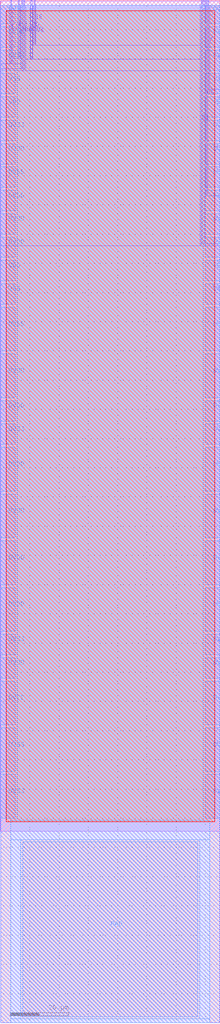
<source format=lef>
VERSION 5.7 ;
  NOWIREEXTENSIONATPIN ON ;
  DIVIDERCHAR "/" ;
  BUSBITCHARS "[]" ;
MACRO gf180mcu_ocd_io__bi_t
  CLASS PAD INOUT ;
  FOREIGN gf180mcu_ocd_io__bi_t ;
  ORIGIN 0.000 0.000 ;
  SIZE 75.000 BY 350.000 ;
  SYMMETRY X Y R90 ;
  SITE GF_IO_Site ;
  PIN A
    DIRECTION INPUT ;
    USE SIGNAL ;
    ANTENNAGATEAREA 0.504000 ;
    ANTENNADIFFAREA 1.000000 ;
    PORT
      LAYER Metal2 ;
        RECT 69.400 267.070 69.780 350.000 ;
    END
  END A
  PIN CS
    DIRECTION INPUT ;
    USE SIGNAL ;
    ANTENNAGATEAREA 0.504000 ;
    ANTENNADIFFAREA 1.000000 ;
    PORT
      LAYER Metal2 ;
        RECT 3.360 328.545 3.740 350.000 ;
    END
  END CS
  PIN DVDD
    DIRECTION INOUT ;
    USE POWER ;
    PORT
      LAYER Metal4 ;
        RECT 0.000 182.000 5.000 197.000 ;
    END
    PORT
      LAYER Metal4 ;
        RECT 0.000 214.000 5.000 229.000 ;
    END
    PORT
      LAYER Metal4 ;
        RECT 0.000 334.000 5.000 341.000 ;
    END
    PORT
      LAYER Metal4 ;
        RECT 0.000 294.000 5.000 301.000 ;
    END
    PORT
      LAYER Metal4 ;
        RECT 0.000 278.000 5.000 285.000 ;
    END
    PORT
      LAYER Metal4 ;
        RECT 0.000 270.000 5.000 277.000 ;
    END
    PORT
      LAYER Metal4 ;
        RECT 0.000 262.000 5.000 269.000 ;
    END
    PORT
      LAYER Metal4 ;
        RECT 0.000 206.000 5.000 213.000 ;
    END
    PORT
      LAYER Metal4 ;
        RECT 0.000 118.000 5.000 125.000 ;
    END
    PORT
      LAYER Metal4 ;
        RECT 0.000 134.000 5.000 149.000 ;
    END
    PORT
      LAYER Metal4 ;
        RECT 0.000 150.000 5.000 165.000 ;
    END
    PORT
      LAYER Metal4 ;
        RECT 0.000 166.000 5.000 181.000 ;
    END
    PORT
      LAYER Metal4 ;
        RECT 70.000 182.000 75.000 197.000 ;
    END
    PORT
      LAYER Metal4 ;
        RECT 70.000 214.000 75.000 229.000 ;
    END
    PORT
      LAYER Metal4 ;
        RECT 70.000 334.000 75.000 341.000 ;
    END
    PORT
      LAYER Metal4 ;
        RECT 70.000 294.000 75.000 301.000 ;
    END
    PORT
      LAYER Metal4 ;
        RECT 70.000 278.000 75.000 285.000 ;
    END
    PORT
      LAYER Metal4 ;
        RECT 70.000 270.000 75.000 277.000 ;
    END
    PORT
      LAYER Metal4 ;
        RECT 70.000 262.000 75.000 269.000 ;
    END
    PORT
      LAYER Metal4 ;
        RECT 70.000 206.000 75.000 213.000 ;
    END
    PORT
      LAYER Metal4 ;
        RECT 70.000 118.000 75.000 125.000 ;
    END
    PORT
      LAYER Metal4 ;
        RECT 70.000 134.000 75.000 149.000 ;
    END
    PORT
      LAYER Metal4 ;
        RECT 70.000 150.000 75.000 165.000 ;
    END
    PORT
      LAYER Metal4 ;
        RECT 70.000 166.000 75.000 181.000 ;
    END
  END DVDD
  PIN DVSS
    DIRECTION INOUT ;
    USE GROUND ;
    PORT
      LAYER Metal4 ;
        RECT 0.000 86.000 5.000 101.000 ;
    END
    PORT
      LAYER Metal4 ;
        RECT 0.000 70.000 5.000 85.000 ;
    END
    PORT
      LAYER Metal4 ;
        RECT 0.000 230.000 5.000 245.000 ;
    END
    PORT
      LAYER Metal4 ;
        RECT 0.000 198.000 5.000 205.000 ;
    END
    PORT
      LAYER Metal4 ;
        RECT 0.000 102.000 5.000 117.000 ;
    END
    PORT
      LAYER Metal4 ;
        RECT 0.000 126.000 5.000 133.000 ;
    END
    PORT
      LAYER Metal4 ;
        RECT 0.000 286.000 5.000 293.000 ;
    END
    PORT
      LAYER Metal4 ;
        RECT 0.000 302.000 5.000 309.000 ;
    END
    PORT
      LAYER Metal4 ;
        RECT 0.000 326.000 5.000 333.000 ;
    END
    PORT
      LAYER Metal4 ;
        RECT 0.000 342.000 5.000 348.390 ;
    END
    PORT
      LAYER Metal4 ;
        RECT 70.000 86.000 75.000 101.000 ;
    END
    PORT
      LAYER Metal4 ;
        RECT 70.000 70.000 75.000 85.000 ;
    END
    PORT
      LAYER Metal4 ;
        RECT 70.000 230.000 75.000 245.000 ;
    END
    PORT
      LAYER Metal4 ;
        RECT 70.000 198.000 75.000 205.000 ;
    END
    PORT
      LAYER Metal4 ;
        RECT 70.000 102.000 75.000 117.000 ;
    END
    PORT
      LAYER Metal4 ;
        RECT 70.000 126.000 75.000 133.000 ;
    END
    PORT
      LAYER Metal4 ;
        RECT 70.000 286.000 75.000 293.000 ;
    END
    PORT
      LAYER Metal4 ;
        RECT 70.000 302.000 75.000 309.000 ;
    END
    PORT
      LAYER Metal4 ;
        RECT 70.000 326.000 75.000 333.000 ;
    END
    PORT
      LAYER Metal4 ;
        RECT 70.000 342.000 75.000 348.390 ;
    END
  END DVSS
  PIN IE
    DIRECTION INPUT ;
    USE SIGNAL ;
    ANTENNAGATEAREA 0.504000 ;
    ANTENNADIFFAREA 1.000000 ;
    PORT
      LAYER Metal2 ;
        RECT 11.385 334.920 11.765 350.000 ;
    END
  END IE
  PIN OE
    DIRECTION INPUT ;
    USE SIGNAL ;
    ANTENNAGATEAREA 2.016000 ;
    ANTENNADIFFAREA 7.776000 ;
    PORT
      LAYER Metal2 ;
        RECT 70.130 283.445 70.510 350.000 ;
    END
  END OE
  PIN PAD
    DIRECTION INOUT ;
    USE SIGNAL ;
    ANTENNADIFFAREA 258.720001 ;
    PORT
      LAYER Metal4 ;
        RECT 7.500 2.000 67.500 62.000 ;
    END
  END PAD
  PIN PD
    DIRECTION INPUT ;
    USE SIGNAL ;
    ANTENNAGATEAREA 1.512000 ;
    ANTENNADIFFAREA 1.000000 ;
    PORT
      LAYER Metal2 ;
        RECT 10.330 330.100 10.710 350.000 ;
    END
  END PD
  PIN PDRV0
    DIRECTION INPUT ;
    USE SIGNAL ;
    ANTENNAGATEAREA 0.504000 ;
    ANTENNADIFFAREA 2.592000 ;
    PORT
      LAYER Metal2 ;
        RECT 7.110 326.870 7.490 350.000 ;
    END
  END PDRV0
  PIN PDRV1
    DIRECTION INPUT ;
    USE SIGNAL ;
    ANTENNAGATEAREA 0.504000 ;
    ANTENNADIFFAREA 2.592000 ;
    PORT
      LAYER Metal2 ;
        RECT 7.820 326.280 8.200 350.005 ;
    END
  END PDRV1
  PIN PU
    DIRECTION INPUT ;
    USE SIGNAL ;
    ANTENNAGATEAREA 1.008000 ;
    ANTENNADIFFAREA 1.795000 ;
    PORT
      LAYER Metal2 ;
        RECT 5.965 330.420 6.345 350.000 ;
    END
  END PU
  PIN SL
    DIRECTION INPUT ;
    USE SIGNAL ;
    ANTENNAGATEAREA 0.504000 ;
    ANTENNADIFFAREA 1.000000 ;
    PORT
      LAYER Metal2 ;
        RECT 68.670 266.340 69.050 350.000 ;
    END
  END SL
  PIN VDD
    DIRECTION INOUT ;
    USE POWER ;
    PORT
      LAYER Metal4 ;
        RECT 0.000 254.000 5.000 261.000 ;
    END
    PORT
      LAYER Metal4 ;
        RECT 0.000 310.000 5.000 317.000 ;
    END
    PORT
      LAYER Metal4 ;
        RECT 70.000 254.000 75.000 261.000 ;
    END
    PORT
      LAYER Metal4 ;
        RECT 70.000 310.000 75.000 317.000 ;
    END
  END VDD
  PIN VSS
    DIRECTION INOUT ;
    USE GROUND ;
    PORT
      LAYER Metal4 ;
        RECT 0.000 318.000 5.000 325.000 ;
    END
    PORT
      LAYER Metal4 ;
        RECT 0.000 246.000 5.000 253.000 ;
    END
    PORT
      LAYER Metal4 ;
        RECT 70.000 318.000 75.000 325.000 ;
    END
    PORT
      LAYER Metal4 ;
        RECT 70.000 246.000 75.000 253.000 ;
    END
  END VSS
  PIN Y
    DIRECTION OUTPUT ;
    USE SIGNAL ;
    ANTENNADIFFAREA 3.240000 ;
    PORT
      LAYER Metal2 ;
        RECT 70.860 319.900 71.240 350.000 ;
    END
  END Y
  OBS
      LAYER Nwell ;
        RECT 1.805 68.895 73.195 346.535 ;
      LAYER Metal1 ;
        RECT -0.160 65.540 75.160 349.785 ;
      LAYER Metal2 ;
        RECT 0.000 328.245 3.060 348.375 ;
        RECT 4.040 330.120 5.665 348.375 ;
        RECT 6.645 330.120 6.810 348.375 ;
        RECT 4.040 328.245 6.810 330.120 ;
        RECT 0.000 326.570 6.810 328.245 ;
        RECT 8.500 329.800 10.030 348.375 ;
        RECT 11.010 334.620 11.085 348.375 ;
        RECT 12.065 334.620 68.370 348.375 ;
        RECT 11.010 329.800 68.370 334.620 ;
        RECT 0.000 325.980 7.520 326.570 ;
        RECT 8.500 325.980 68.370 329.800 ;
        RECT 0.000 266.040 68.370 325.980 ;
        RECT 71.540 319.600 75.000 348.375 ;
        RECT 70.810 283.145 75.000 319.600 ;
        RECT 70.080 266.770 75.000 283.145 ;
        RECT 69.350 266.040 75.000 266.770 ;
        RECT 0.000 0.000 75.000 266.040 ;
      LAYER Metal3 ;
        RECT 0.000 0.000 75.000 348.390 ;
      LAYER Metal4 ;
        RECT 5.600 69.400 69.400 348.390 ;
        RECT 3.500 62.600 71.500 69.400 ;
        RECT 3.500 1.400 6.900 62.600 ;
        RECT 68.100 1.400 71.500 62.600 ;
        RECT 3.500 0.000 71.500 1.400 ;
  END
END gf180mcu_ocd_io__bi_t
END LIBRARY


</source>
